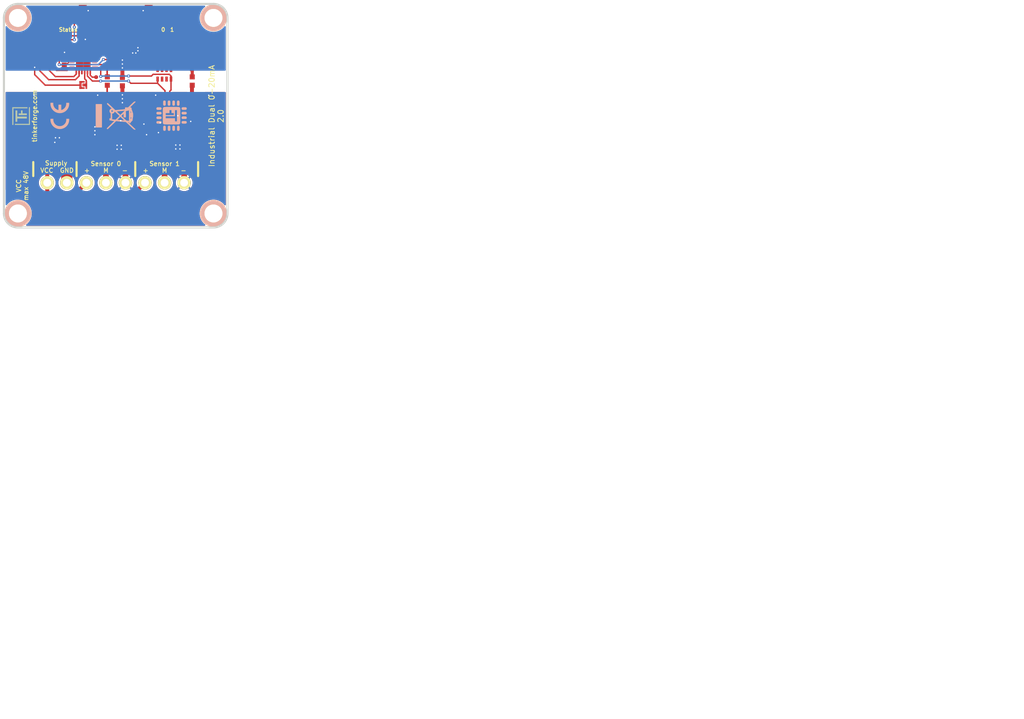
<source format=kicad_pcb>
(kicad_pcb (version 20211014) (generator pcbnew)
  (title_block (title "Industrial Dual 0-20mA Bricklet") (date "2023-01-27") (rev "2.0") (company "Tinkerforge GmbH") (comment 1 "Licensed under CERN OHL v.1.1") (comment 2 "Copyright (©) 2023, T.Schneidermann <tim@tinkerforge.com>"))
  (layers (0 "F.Cu" signal "Front") (31 "B.Cu" signal "Back") (34 "B.Paste" user) (35 "F.Paste" user) (36 "B.SilkS" user "B.Silkscreen") (37 "F.SilkS" user "F.Silkscreen") (38 "B.Mask" user) (39 "F.Mask" user) (44 "Edge.Cuts" user))
  (net 0 "")
  (net 1 "+3.3VP")
  (net 2 "3V3")
  (net 3 "AGND")
  (net 4 "GND")
  (net 5 "MEASURE")
  (net 6 "SCL")
  (net 7 "SDA")
  (net 8 "Net-(C5-Pad2)")
  (net 9 "Net-(C6-Pad2)")
  (net 10 "Net-(P1-Pad6)")
  (net 11 "Net-(D1-Pad2)")
  (net 12 "Net-(C3-Pad1)")
  (net 13 "Net-(D2-Pad2)")
  (net 14 "Net-(P1-Pad4)")
  (net 15 "Net-(P1-Pad5)")
  (net 16 "Net-(P2-Pad1)")
  (net 17 "Net-(P3-Pad2)")
  (net 18 "Net-(P4-Pad2)")
  (net 19 "Net-(P4-Pad4)")
  (net 20 "Net-(P4-Pad7)")
  (net 21 "Net-(R1-Pad2)")
  (net 22 "S-MISO")
  (net 23 "S-MOSI")
  (net 24 "S-CLK")
  (net 25 "S-CS")
  (net 26 "Net-(D3-Pad2)")
  (net 27 "Net-(RP2-Pad5)")
  (net 28 "Net-(RP2-Pad6)")
  (net 29 "Net-(RP2-Pad8)")
  (net 30 "Net-(D4-Pad2)")
  (net 31 "Net-(P1-Pad1)")
  (net 32 "Net-(RP2-Pad2)")
  (net 33 "Net-(RP2-Pad7)")
  (net 34 "Net-(RP101-Pad2)")
  (net 35 "Net-(RP101-Pad3)")
  (net 36 "Net-(RP101-Pad6)")
  (net 37 "Net-(RP101-Pad7)")
  (net 38 "Net-(U1-Pad2)")
  (net 39 "Net-(U1-Pad3)")
  (net 40 "Net-(U1-Pad4)")
  (net 41 "Net-(U1-Pad5)")
  (net 42 "Net-(U1-Pad6)")
  (net 43 "Net-(U1-Pad7)")
  (net 44 "Net-(U1-Pad8)")
  (net 45 "Net-(U1-Pad11)")
  (net 46 "Net-(U1-Pad15)")
  (net 47 "Net-(U1-Pad21)")
  (net 48 "Net-(U3-Pad10)")
  (footprint "kicad-libraries:Logo_31x31" (layer "F.Cu") (at 99.3 59.65 90)
    (fp_text reference "G***" hide)
    (fp_text value "Logo_31x31" hide)
  )
  (footprint "kicad-libraries:Fiducial_Mark" (layer "F.Cu") (at 136.3 44)
    (fp_text reference "Fiducial_Mark" hide)
    (fp_text value "VAL**" hide)
  )
  (footprint "kicad-libraries:Fiducial_Mark" (layer "F.Cu") (at 99.2 72)
    (fp_text reference "Fiducial_Mark" hide)
    (fp_text value "VAL**" hide)
  )
  (footprint "kicad-libraries:DEBUG_PAD" (layer "F.Cu") (at 114.3 51.1)
    (fp_text reference "P2")
    (fp_text value "DEBUG")
  )
  (footprint "kicad-libraries:SolderJumper" (layer "F.Cu") (at 112 52.5)
    (fp_text reference "P3")
    (fp_text value "BOOT")
  )
  (footprint "kicad-libraries:QFN24-4x4mm-0.5mm" (layer "F.Cu") (at 112 48.1 -90)
    (fp_text reference "U1")
    (fp_text value "XMC1100")
  )
  (footprint "kicad-libraries:C0805" (layer "F.Cu") (at 120.1 44.6)
    (fp_text reference "C1")
    (fp_text value "10uF")
  )
  (footprint "kicad-libraries:C0603F" (layer "F.Cu") (at 120.3 46.1)
    (fp_text reference "C7")
    (fp_text value "1uF")
  )
  (footprint "kicad-libraries:C0603F" (layer "F.Cu") (at 108.6 48.2 90)
    (fp_text reference "C8")
    (fp_text value "100nF")
  )
  (footprint "kicad-libraries:MiniMelf" (layer "F.Cu") (at 111.4 60.7)
    (fp_text reference "D1")
    (fp_text value "Z12V")
  )
  (footprint "kicad-libraries:D0603F" (layer "F.Cu") (at 109.3 40.6 -90)
    (fp_text reference "D2")
    (fp_text value "blue")
  )
  (footprint "kicad-libraries:D0603F" (layer "F.Cu") (at 126.3 40.5 -90)
    (fp_text reference "D3")
    (fp_text value "blue")
  )
  (footprint "kicad-libraries:CON-SENSOR2" (layer "F.Cu") (at 117.8 38 180)
    (fp_text reference "P1")
    (fp_text value "CON-SENSOR2")
  )
  (footprint "kicad-libraries:OQ_8P" (layer "F.Cu") (at 117.8 70)
    (fp_text reference "P4")
    (fp_text value "P-PWR-8GN")
  )
  (footprint "kicad-libraries:SOT23GDS" (layer "F.Cu") (at 108.6 63.8)
    (fp_text reference "Q1")
    (fp_text value "FDN5630")
  )
  (footprint "kicad-libraries:R0805" (layer "F.Cu") (at 128.3 65)
    (fp_text reference "R6")
    (fp_text value "91/25ppm")
  )
  (footprint "kicad-libraries:R0805" (layer "F.Cu") (at 117.8 65)
    (fp_text reference "R7")
    (fp_text value "91/25ppm")
  )
  (footprint "kicad-libraries:4X0402" (layer "F.Cu") (at 115.7 44.9 180)
    (fp_text reference "RP1")
    (fp_text value "82")
  )
  (footprint "kicad-libraries:4X0603" (layer "F.Cu") (at 105.4 47.2)
    (fp_text reference "RP2")
    (fp_text value "1k")
  )
  (footprint "kicad-libraries:MSOP10-0.5" (layer "F.Cu") (at 126.5 59.8 -90)
    (fp_text reference "U3")
    (fp_text value "MCP3423")
  )
  (footprint "kicad-libraries:DRILL_NP" (layer "F.Cu") (at 100.3 75.5)
    (fp_text reference "U4" hide)
    (fp_text value "DRILL" hide)
  )
  (footprint "kicad-libraries:DRILL_NP" (layer "F.Cu") (at 135.3 75.5)
    (fp_text reference "U5" hide)
    (fp_text value "DRILL" hide)
  )
  (footprint "kicad-libraries:DRILL_NP" (layer "F.Cu") (at 135.3 40.5)
    (fp_text reference "U6" hide)
    (fp_text value "DRILL" hide)
  )
  (footprint "kicad-libraries:DRILL_NP" (layer "F.Cu") (at 100.3 40.5)
    (fp_text reference "U7" hide)
    (fp_text value "DRILL" hide)
  )
  (footprint "kicad-libraries:D0603F" (layer "F.Cu") (at 127.9 40.5 -90)
    (fp_text reference "D4")
    (fp_text value "blue")
  )
  (footprint "kicad-libraries:4X0603" (layer "F.Cu") (at 126.5 50.6)
    (fp_text reference "RP101")
    (fp_text value "2k2")
  )
  (footprint "kicad-libraries:C0603F" (layer "F.Cu") (at 132.2 54.4 180)
    (fp_text reference "C2")
    (fp_text value "1µF")
  )
  (footprint "kicad-libraries:C0402F" (layer "F.Cu") (at 113.5 44.4 180)
    (fp_text reference "C3")
    (fp_text value "220pF")
  )
  (footprint "kicad-libraries:C0603F" (layer "F.Cu") (at 130.2 60 90)
    (fp_text reference "C4")
    (fp_text value "100nF")
  )
  (footprint "kicad-libraries:C0603F" (layer "F.Cu") (at 120.3 58.9)
    (fp_text reference "C5")
    (fp_text value "100nF")
  )
  (footprint "kicad-libraries:C0603F" (layer "F.Cu") (at 120.4 63.4 90)
    (fp_text reference "C6")
    (fp_text value "100nF")
  )
  (footprint "kicad-libraries:C0603F" (layer "F.Cu") (at 131.5 51.8 90)
    (fp_text reference "FB1")
    (fp_text value "FB")
  )
  (footprint "kicad-libraries:C0603F" (layer "F.Cu") (at 119 51.9 90)
    (fp_text reference "FB2")
    (fp_text value "FB")
  )
  (footprint "kicad-libraries:R0603F" (layer "F.Cu") (at 117 48.9 180)
    (fp_text reference "R1")
    (fp_text value "1k")
  )
  (footprint "kicad-libraries:R0603F" (layer "F.Cu") (at 116.3 51.8 90)
    (fp_text reference "R2")
    (fp_text value "6k8")
  )
  (footprint "kicad-libraries:R0603F" (layer "F.Cu") (at 120.2 60.3 180)
    (fp_text reference "R4")
    (fp_text value "1k")
  )
  (footprint "kicad-libraries:R0603F" (layer "F.Cu") (at 121.8 63.4 -90)
    (fp_text reference "R5")
    (fp_text value "1k")
  )
  (footprint "kicad-libraries:R0603F" (layer "F.Cu") (at 107 60.7)
    (fp_text reference "R8")
    (fp_text value "100k")
  )
  (footprint "kicad-libraries:CE_5mm" (layer "B.Cu") (at 107.8 58 90)
    (fp_text reference "VAL" hide)
    (fp_text value "CE_5mm" hide)
  )
  (footprint "kicad-libraries:WEEE_7mm" (layer "B.Cu") (at 117.8 58 90)
    (fp_text reference "VAL" hide)
    (fp_text value "WEEE_7mm" hide)
  )
  (footprint "kicad-libraries:Logo_CoMCU" (layer "B.Cu") (at 127.8 58 90)
    (fp_text reference "G***" hide)
    (fp_text value "LOGO" hide)
  )
  (gr_line (start 132.5499 68.79924) (end 132.5499 66.29988) (layer "F.SilkS") (width 0.381))
  (gr_line (start 103.05034 68.79924) (end 103.05034 66.29988) (layer "F.SilkS") (width 0.381))
  (gr_line (start 121.30024 68.79924) (end 121.30024 66.29988) (layer "F.SilkS") (width 0.381))
  (gr_line (start 110.79988 68.79924) (end 110.79988 66.29988) (layer "F.SilkS") (width 0.381))
  (gr_arc (start 97.8 40.5) (mid 98.532233 38.732233) (end 100.3 38) (layer "Edge.Cuts") (width 0.381))
  (gr_arc (start 137.8 75.5) (mid 137.067767 77.267767) (end 135.3 78) (layer "Edge.Cuts") (width 0.381))
  (gr_line (start 135.3 78) (end 100.3 78) (layer "Edge.Cuts") (width 0.381))
  (gr_line (start 137.8 40.5) (end 137.8 75.5) (layer "Edge.Cuts") (width 0.381))
  (gr_line (start 100.3 38) (end 135.3 38) (layer "Edge.Cuts") (width 0.381))
  (gr_arc (start 135.3 38) (mid 137.067767 38.732233) (end 137.8 40.5) (layer "Edge.Cuts") (width 0.381))
  (gr_line (start 97.8 75.5) (end 97.8 40.5) (layer "Edge.Cuts") (width 0.381))
  (gr_arc (start 100.3 78) (mid 98.532233 77.267767) (end 97.8 75.5) (layer "Edge.Cuts") (width 0.381))
  (gr_text "Status" (at 109.3 42.6) (layer "F.SilkS") (effects (font (size 0.7 0.7))))
  (gr_text "VCC\nmax 48V" (at 101.1 70.55 90) (layer "F.SilkS") (effects (font (size 0.8001 0.8001) (thickness 0.14986))))
  (gr_text "tinkerforge.com" (at 103.3 58.05 90) (layer "F.SilkS") (effects (font (size 0.8001 0.8001) (thickness 0.14986))))
  (gr_text "Sensor 0" (at 116.05006 66.5996) (layer "F.SilkS") (effects (font (size 0.8001 0.8001) (thickness 0.14986))))
  (gr_text "VCC  GND" (at 107.29976 67.79848) (layer "F.SilkS") (effects (font (size 0.8001 0.8001) (thickness 0.14986))))
  (gr_text "+    M    -" (at 116.05006 67.79848) (layer "F.SilkS") (effects (font (size 0.8001 0.8001) (thickness 0.14986))))
  (gr_text "Sensor 1" (at 126.55042 66.5996) (layer "F.SilkS") (effects (font (size 0.8001 0.8001) (thickness 0.14986))))
  (gr_text "+    M    -" (at 126.55042 67.79848) (layer "F.SilkS") (effects (font (size 0.8001 0.8001) (thickness 0.14986))))
  (gr_text "1" (at 127.9 42.6) (layer "F.SilkS") (effects (font (size 0.7 0.7))))
  (gr_text "Industrial Dual 0-20mA\n2.0\n" (at 135.8 58.05 90) (layer "F.SilkS") (effects (font (size 1 1))))
  (gr_text "0" (at 126.3 42.6) (layer "F.SilkS") (effects (font (size 0.7 0.7))))
  (gr_text "Supply" (at 107.1499 66.498) (layer "F.SilkS") (effects (font (size 0.8001 0.8001) (thickness 0.14986))))
  (segment (start 131.4499 52.6002) (end 131.475 52.5751) (width 0.70104) (layer "F.Cu") (net 1))
  (segment (start 128.7225 60.816) (end 130.0341 60.816) (width 0.29972) (layer "F.Cu") (net 1))
  (segment (start 131.4499 54.425) (end 131.4499 52.6002) (width 0.70104) (layer "F.Cu") (net 1))
  (segment (start 132.025 60) (end 132.025 56.2) (width 0.29972) (layer "F.Cu") (net 1))
  (segment (start 130.2 60.6501) (end 131.3749 60.6501) (width 0.29972) (layer "F.Cu") (net 1))
  (segment (start 131.475 55.65) (end 131.475 52.5751) (width 0.29972) (layer "F.Cu") (net 1))
  (segment (start 132.025 56.2) (end 131.475 55.65) (width 0.29972) (layer "F.Cu") (net 1))
  (segment (start 131.3749 60.6501) (end 132.025 60) (width 0.29972) (layer "F.Cu") (net 1))
  (segment (start 130.0341 60.816) (end 130.2 60.6501) (width 0.29972) (layer "F.Cu") (net 1))
  (segment (start 119.05 44.50076) (end 119.09924 44.55) (width 0.5) (layer "F.Cu") (net 2))
  (segment (start 119.09924 44.99924) (end 119.55 45.45) (width 0.5) (layer "F.Cu") (net 2))
  (segment (start 119.55 45.45) (end 119.55 46.05) (width 0.5) (layer "F.Cu") (net 2))
  (segment (start 131.5 49.98) (end 129.09 47.57) (width 0.55) (layer "F.Cu") (net 2))
  (segment (start 129.09 47.57) (end 126.9 47.57) (width 0.55) (layer "F.Cu") (net 2))
  (segment (start 120.14 47.57) (end 119.55 46.98) (width 0.55) (layer "F.Cu") (net 2))
  (segment (start 119.55 46.98) (end 119.55 46.05) (width 0.55) (layer "F.Cu") (net 2))
  (segment (start 118.5 46.05) (end 116.6 47.95) (width 0.25) (layer "F.Cu") (net 2))
  (segment (start 116.6 47.95) (end 115.6 47.95) (width 0.25) (layer "F.Cu") (net 2))
  (segment (start 107.7 48.85) (end 107.75 48.9) (width 0.25) (layer "F.Cu") (net 2))
  (segment (start 107.75 48.9) (end 108.64 48.9) (width 0.25) (layer "F.Cu") (net 2))
  (segment (start 126.28 47.57) (end 120.14 47.57) (width 0.55) (layer "F.Cu") (net 2))
  (segment (start 110.25 39.8) (end 110.4 39.95) (width 0.25) (layer "F.Cu") (net 2))
  (segment (start 110.4 39.95) (end 110.4 42.15) (width 0.25) (layer "F.Cu") (net 2))
  (segment (start 107.7 46.25) (end 107.7 48.85) (width 0.25) (layer "F.Cu") (net 2))
  (segment (start 130.5 46.16) (end 130.5 41.5) (width 0.25) (layer "F.Cu") (net 2))
  (segment (start 128.75 39.75) (end 127.9 39.75) (width 0.25) (layer "F.Cu") (net 2))
  (segment (start 109.55 44.4) (end 110.4 44.4) (width 0.25) (layer "F.Cu") (net 2))
  (segment (start 125.30112 49.09888) (end 125.9 48.5) (width 0.25) (layer "F.Cu") (net 2))
  (segment (start 126.83 47.57) (end 126.9 47.5) (width 0.25) (layer "F.Cu") (net 2))
  (segment (start 126.9 47.5) (end 126.9 47.57) (width 0.25) (layer "F.Cu") (net 2))
  (segment (start 126.9 47.57) (end 126.28 47.57) (width 0.55) (layer "F.Cu") (net 2))
  (segment (start 127.69888 48.99888) (end 127.2 48.5) (width 0.25) (layer "F.Cu") (net 2))
  (segment (start 127.2 48.5) (end 125.9 48.5) (width 0.25) (layer "F.Cu") (net 2))
  (segment (start 125.9 48.5) (end 126.83 47.57) (width 0.25) (layer "F.Cu") (net 2))
  (segment (start 130.5 41.5) (end 128.75 39.75) (width 0.25) (layer "F.Cu") (net 2))
  (segment (start 119.05 42.6) (end 119.05 44.50076) (width 0.5) (layer "F.Cu") (net 2))
  (segment (start 119.09924 44.55) (end 119.09924 44.99924) (width 0.5) (layer "F.Cu") (net 2))
  (segment (start 107.7 46.25) (end 109.55 44.4) (width 0.25) (layer "F.Cu") (net 2))
  (segment (start 119.55 46.05) (end 118.5 46.05) (width 0.25) (layer "F.Cu") (net 2))
  (segment (start 109.3 39.8) (end 110.25 39.8) (width 0.25) (layer "F.Cu") (net 2))
  (segment (start 108.95 48.9) (end 108.64 48.9) (width 0.2) (layer "F.Cu") (net 2))
  (segment (start 131.5 50.9999) (end 131.5 49.98) (width 0.55) (layer "F.Cu") (net 2))
  (segment (start 125.30112 49.7491) (end 125.30112 49.09888) (width 0.25) (layer "F.Cu") (net 2))
  (segment (start 126.3 39.75) (end 127.9 39.75) (width 0.25) (layer "F.Cu") (net 2))
  (segment (start 109.5 48.35) (end 108.95 48.9) (width 0.2) (layer "F.Cu") (net 2))
  (segment (start 129.09 47.57) (end 130.5 46.16) (width 0.25) (layer "F.Cu") (net 2))
  (segment (start 109.975 48.35) (end 109.5 48.35) (width 0.2) (layer "F.Cu") (net 2))
  (segment (start 127.69888 49.7491) (end 127.69888 48.99888) (width 0.25) (layer "F.Cu") (net 2))
  (via (at 107.7 48.85) (size 0.55) (drill 0.25) (layers "F.Cu" "B.Cu") (net 2))
  (via (at 110.4 42.15) (size 0.55) (drill 0.25) (layers "F.Cu" "B.Cu") (net 2))
  (via (at 110.4 44.4) (size 0.55) (drill 0.25) (layers "F.Cu" "B.Cu") (net 2))
  (via (at 115.6 47.95) (size 0.55) (drill 0.25) (layers "F.Cu" "B.Cu") (net 2))
  (segment (start 115.6 47.95) (end 114.7 48.85) (width 0.25) (layer "B.Cu") (net 2))
  (segment (start 114.7 48.85) (end 107.7 48.85) (width 0.25) (layer "B.Cu") (net 2))
  (segment (start 110.4 44.4) (end 110.4 42.15) (width 0.25) (layer "B.Cu") (net 2))
  (segment (start 128.6725 58.2525) (end 128.925 58) (width 0.29972) (layer "F.Cu") (net 3))
  (segment (start 118.04904 63.30096) (end 118.05 63.3) (width 0.70104) (layer "F.Cu") (net 3))
  (segment (start 118.80088 63.30088) (end 118.8 63.3) (width 0.70104) (layer "F.Cu") (net 3))
  (segment (start 129.30124 63.25124) (end 129.3 63.25) (width 0.70104) (layer "F.Cu") (net 3))
  (segment (start 128.5494 63.2506) (end 128.55 63.25) (width 0.70104) (layer "F.Cu") (net 3))
  (segment (start 124.9 54.275) (end 124.95 54.325) (width 0.29972) (layer "F.Cu") (net 3))
  (segment (start 107.71124 61.96376) (end 107.725 61.95) (width 0.70104) (layer "F.Cu") (net 3))
  (segment (start 106.90444 62.77944) (end 106.9 62.775) (width 0.70104) (layer "F.Cu") (net 3))
  (segment (start 133.1251 54.35) (end 133.0501 54.425) (width 0.70104) (layer "F.Cu") (net 3))
  (segment (start 130.8 58) (end 131.225 58.425) (width 0.14986) (layer "F.Cu") (net 3))
  (segment (start 131.225 58.425) (end 131.225 59.025) (width 0.14986) (layer "F.Cu") (net 3))
  (segment (start 123.909 60.816) (end 125.241 60.816) (width 0.29972) (layer "F.Cu") (net 3))
  (segment (start 113.79926 61.4) (end 113.09926 60.7) (width 0.50038) (layer "F.Cu") (net 3))
  (segment (start 124.2945 59.275) (end 125.775 59.275) (width 0.29972) (layer "F.Cu") (net 3))
  (segment (start 123.325 61.4) (end 123.909 60.816) (width 0.29972) (layer "F.Cu") (net 3))
  (segment (start 114.075 60) (end 114 60) (width 0.29972) (layer "F.Cu") (net 3))
  (segment (start 114.075 60.7) (end 114 60.7) (width 0.70104) (layer "F.Cu") (net 3))
  (segment (start 124.2275 59.775) (end 124.2275 59.292) (width 0.29972) (layer "F.Cu") (net 3))
  (segment (start 120.35028 64.1993) (end 119.60098 64.1993) (width 0.70104) (layer "F.Cu") (net 3))
  (segment (start 114.075 60.7) (end 114.075 61.4) (width 0.70104) (layer "F.Cu") (net 3))
  (segment (start 107.025 61.95) (end 107.725 61.95) (width 0.70104) (layer "F.Cu") (net 3))
  (segment (start 114 60.6) (end 113.7 60.3) (width 0.29972) (layer "F.Cu") (net 3))
  (segment (start 129.30124 63.95038) (end 129.30124 63.25124) (width 0.70104) (layer "F.Cu") (net 3))
  (segment (start 118.04904 63.99864) (end 118.04904 63.30096) (width 0.70104) (layer "F.Cu") (net 3))
  (segment (start 118.80088 63.99864) (end 118.80088 63.30088) (width 0.70104) (layer "F.Cu") (net 3))
  (segment (start 114.075 60) (end 113.79926 60) (width 0.29972) (layer "F.Cu") (net 3))
  (segment (start 130.05054 65.7487) (end 129.30124 64.9994) (width 1.00076) (layer "F.Cu") (net 3))
  (segment (start 106.90444 62.77944) (end 107.71124 62.77944) (width 0.70104) (layer "F.Cu") (net 3))
  (segment (start 119 54.975) (end 119 54.275) (width 0.70104) (layer "F.Cu") (net 3))
  (segment (start 128.7225 59.292) (end 129.9579 59.292) (width 0.29972) (layer "F.Cu") (net 3))
  (segment (start 113.79926 60) (end 113.09926 60.7) (width 0.29972) (layer "F.Cu") (net 3))
  (segment (start 118.80088 64.9994) (end 118.80088 63.99864) (width 0.70104) (layer "F.Cu") (net 3))
  (segment (start 124.9 54.275) (end 119 54.275) (width 0.29972) (layer "F.Cu") (net 3))
  (segment (start 130.05054 70.00066) (end 130.05054 65.7487) (width 1.00076) (layer "F.Cu") (net 3))
  (segment (start 118.80088 63.99864) (end 118.04904 63.99864) (width 0.70104) (layer "F.Cu") (net 3))
  (segment (start 128.5494 63.95038) (end 129.30124 63.95038) (width 0.70104) (layer "F.Cu") (net 3))
  (segment (start 119.60098 64.1993) (end 118.80088 64.9994) (width 0.70104) (layer "F.Cu") (net 3))
  (segment (start 114 60) (end 114 60.7) (width 0.29972) (layer "F.Cu") (net 3))
  (segment (start 119.4499 58.9) (end 118.7 58.9) (width 0.70104) (layer "F.Cu") (net 3))
  (segment (start 119.55018 65.7487) (end 118.80088 64.9994) (width 1.00076) (layer "F.Cu") (net 3))
  (segment (start 107.71124 61.96376) (end 107.71124 62.77944) (width 0.70104) (layer "F.Cu") (net 3))
  (segment (start 119 55.675) (end 119 54.975) (width 0.70104) (layer "F.Cu") (net 3))
  (segment (start 128.925 58) (end 130.8 58) (width 0.14986) (layer "F.Cu") (net 3))
  (segment (start 128.5494 63.95038) (end 128.5494 63.2506) (width 0.70104) (layer "F.Cu") (net 3))
  (segment (start 131.2001 59.0499) (end 131.225 59.025) (width 0.29972) (layer "F.Cu") (net 3))
  (segment (start 123.058 59.292) (end 122.85 59.5) (width 0.29972) (layer "F.Cu") (net 3))
  (segment (start 130.2 59.0499) (end 131.2001 59.0499) (width 0.29972) (layer "F.Cu") (net 3))
  (segment (start 129.30124 64.9994) (end 129.30124 63.95038) (width 0.70104) (layer "F.Cu") (net 3))
  (segment (start 119 54.275) (end 119 52.6251) (width 0.70104) (layer "F.Cu") (net 3))
  (segment (start 114 60.7) (end 114 60.6) (width 0.29972) (layer "F.Cu") (net 3))
  (segment (start 134.45 54.35) (end 133.1251 54.35) (width 0.70104) (layer "F.Cu") (net 3))
  (segment (start 114.075 61.4) (end 113.79926 61.4) (width 0.50038) (layer "F.Cu") (net 3))
  (segment (start 119.55018 70.00066) (end 119.55018 65.7487) (width 1.00076) (layer "F.Cu") (net 3))
  (segment (start 114.075 60) (end 114.075 60.7) (width 0.70104) (layer "F.Cu") (net 3))
  (segment (start 124.2775 59.292) (end 124.2945 59.275) (width 0.29972) (layer "F.Cu") (net 3))
  (segment (start 124.2275 59.292) (end 123.058 59.292) (width 0.29972) (layer "F.Cu") (net 3))
  (segment (start 114 60.7) (end 113.09926 60.7) (width 0.70104) (layer "F.Cu") (net 3))
  (segment (start 125.241 60.816) (end 125.45 61.025) (width 0.29972) (layer "F.Cu") (net 3))
  (segment (start 129.9579 59.292) (end 130.2 59.0499) (width 0.29972) (layer "F.Cu") (net 3))
  (via (at 107.025 61.95) (size 0.70104) (drill 0.24892) (layers "F.Cu" "B.Cu") (net 3))
  (via (at 119 54.275) (size 0.70104) (drill 0.24892) (layers "F.Cu" "B.Cu") (net 3))
  (via (at 119 55.675) (size 0.70104) (drill 0.24892) (layers "F.Cu" "B.Cu") (net 3))
  (via (at 129.3 63.25) (size 0.70104) (drill 0.24892) (layers "F.Cu" "B.Cu") (net 3))
  (via (at 123.325 61.4) (size 0.70104) (drill 0.24892) (layers "F.Cu" "B.Cu") (net 3))
  (via (at 118.8 63.3) (size 0.70104) (drill 0.24892) (layers "F.Cu" "B.Cu") (net 3))
  (via (at 118.80088 63.99864) (size 0.70104) (drill 0.24892) (layers "F.Cu" "B.Cu") (net 3))
  (via (at 118.04904 63.99864) (size 0.70104) (drill 0.24892) (layers "F.Cu" "B.Cu") (net 3))
  (via (at 114.075 60) (size 0.70104) (drill 0.24892) (layers "F.Cu" "B.Cu") (net 3))
  (via (at 129.30124 63.95038) (size 0.70104) (drill 0.24892) (layers "F.Cu" "B.Cu") (net 3))
  (via (at 107.725 61.95) (size 0.70104) (drill 0.24892) (layers "F.Cu" "B.Cu") (net 3))
  (via (at 128.5494 63.95038) (size 0.70104) (drill 0.24892) (layers "F.Cu" "B.Cu") (net 3))
  (via (at 134.45 54.35) (size 0.70104) (drill 0.24892) (layers "F.Cu" "B.Cu") (net 3))
  (via (at 128.925 58) (size 0.70104) (drill 0.24892) (layers "F.Cu" "B.Cu") (net 3))
  (via (at 118.05 63.3) (size 0.70104) (drill 0.24892) (layers "F.Cu" "B.Cu") (net 3))
  (via (at 114.075 60.7) (size 0.70104) (drill 0.24892) (layers "F.Cu" "B.Cu") (net 3))
  (via (at 122.85 59.5) (size 0.70104) (drill 0.24892) (layers "F.Cu" "B.Cu") (net 3))
  (via (at 114.575 54.325) (size 0.70104) (drill 0.24892) (layers "F.Cu" "B.Cu") (net 3))
  (via (at 114.075 61.4) (size 0.70104) (drill 0.24892) (layers "F.Cu" "B.Cu") (net 3))
  (via (at 125.45 61.025) (size 0.70104) (drill 0.24892) (layers "F.Cu" "B.Cu") (net 3))
  (via (at 103.175 54.35) (size 0.70104) (drill 0.24892) (layers "F.Cu" "B.Cu") (net 3))
  (via (at 131.225 59.025) (size 0.70104) (drill 0.24892) (layers "F.Cu" "B.Cu") (net 3))
  (via (at 118.7 58.9) (size 0.70104) (drill 0.24892) (layers "F.Cu" "B.Cu") (net 3))
  (via (at 119 54.975) (size 0.70104) (drill 0.24892) (layers "F.Cu" "B.Cu") (net 3))
  (via (at 125.775 59.275) (size 0.70104) (drill 0.24892) (layers "F.Cu" "B.Cu") (net 3))
  (via (at 128.55 63.25) (size 0.70104) (drill 0.24892) (layers "F.Cu" "B.Cu") (net 3))
  (via (at 124.95 54.325) (size 0.70104) (drill 0.24892) (layers "F.Cu" "B.Cu") (net 3))
  (via (at 106.9 62.775) (size 0.70104) (drill 0.24892) (layers "F.Cu" "B.Cu") (net 3))
  (segment (start 118.80088 63.99864) (end 118.8 63.99952) (width 0.70104) (layer "B.Cu") (net 3))
  (segment (start 118.8 63.99952) (end 118.8 64) (width 0.70104) (layer "B.Cu") (net 3))
  (segment (start 129.30124 63.95038) (end 129.30086 63.95) (width 0.70104) (layer "B.Cu") (net 3))
  (segment (start 129.30086 63.95) (end 129.3 63.95) (width 0.70104) (layer "B.Cu") (net 3))
  (segment (start 114.625 54.275) (end 114.575 54.325) (width 0.29972) (layer "B.Cu") (net 3))
  (segment (start 103.2 54.325) (end 103.175 54.35) (width 0.29972) (layer "B.Cu") (net 3))
  (segment (start 115.175 58.9) (end 114.075 60) (width 0.29972) (layer "B.Cu") (net 3))
  (segment (start 121.2 61.4) (end 118.7 58.9) (width 0.29972) (layer "B.Cu") (net 3))
  (segment (start 128.55 58.375) (end 128.925 58) (width 0.29972) (layer "B.Cu") (net 3))
  (segment (start 130.35 56.575) (end 128.925 58) (width 0.29972) (layer "B.Cu") (net 3))
  (segment (start 112.7 62.775) (end 114.075 61.4) (width 0.50038) (layer "B.Cu") (net 3))
  (segment (start 118.8 59) (end 118.7 58.9) (width 0.50038) (layer "B.Cu") (net 3))
  (segment (start 127.425 59.5) (end 128.925 58) (width 0.50038) (layer "B.Cu") (net 3))
  (segment (start 124.975 54.35) (end 124.95 54.325) (width 0.25) (layer "B.Cu") (net 3))
  (segment (start 123.325 61.4) (end 121.2 61.4) (width 0.29972) (layer "B.Cu") (net 3))
  (segment (start 130.35 54.35) (end 134.45 54.35) (width 0.29972) (layer "B.Cu") (net 3))
  (segment (start 119 54.275) (end 114.625 54.275) (width 0.29972) (layer "B.Cu") (net 3))
  (segment (start 128.55 63.25) (end 128.55 58.375) (width 0.29972) (layer "B.Cu") (net 3))
  (segment (start 118.8 63.3) (end 118.8 59) (width 0.50038) (layer "B.Cu") (net 3))
  (segment (start 130.35 54.35) (end 130.35 56.575) (width 0.29972) (layer "B.Cu") (net 3))
  (segment (start 114.575 54.325) (end 103.2 54.325) (width 0.29972) (layer "B.Cu") (net 3))
  (segment (start 122.85 59.5) (end 127.425 59.5) (width 0.50038) (layer "B.Cu") (net 3))
  (segment (start 106.9 62.775) (end 112.7 62.775) (width 0.50038) (layer "B.Cu") (net 3))
  (segment (start 130.35 54.35) (end 124.975 54.35) (width 0.25) (layer "B.Cu") (net 3))
  (segment (start 118.7 58.9) (end 115.175 58.9) (width 0.29972) (layer "B.Cu") (net 3))
  (segment (start 118.0501 48.75) (end 117.8751 48.925) (width 0.29972) (layer "F.Cu") (net 4))
  (segment (start 120.3 44.25) (end 120.6 44.55) (width 0.5) (layer "F.Cu") (net 4))
  (segment (start 120.6 44.55) (end 121.10076 44.55) (width 0.5) (layer "F.Cu") (net 4))
  (segment (start 121.10076 45.99924) (end 121.05 46.05) (width 0.5) (layer "F.Cu") (net 4))
  (segment (start 121.56 46.05) (end 121.78 45.83) (width 0.55) (layer "F.Cu") (net 4))
  (segment (start 121.78 46.38) (end 121.45 46.05) (width 0.55) (layer "F.Cu") (net 4))
  (segment (start 121.05 46.43) (end 121.4 46.78) (width 0.55) (layer "F.Cu") (net 4))
  (segment (start 121.05 46.57) (end 120.84 46.78) (width 0.55) (layer "F.Cu") (net 4))
  (segment (start 121.4 46.76) (end 121.78 46.38) (width 0.55) (layer "F.Cu") (net 4))
  (segment (start 120.84 46.26) (end 121.05 46.05) (width 0.55) (layer "F.Cu") (net 4))
  (segment (start 112.63 47.5) (end 112.63 48.8) (width 0.2) (layer "F.Cu") (net 4))
  (segment (start 112.63 48.8) (end 111.33 48.8) (width 0.2) (layer "F.Cu") (net 4))
  (segment (start 111.48 52.94) (end 111.48 52.48) (width 0.25) (layer "F.Cu") (net 4))
  (segment (start 111.48 52.48) (end 111.48 52.53) (width 0.25) (layer "F.Cu") (net 4))
  (segment (start 111.48 52.11) (end 111.6 51.99) (width 0.25) (layer "F.Cu") (net 4))
  (segment (start 105.18 52.53) (end 103.3 50.65) (width 0.25) (layer "F.Cu") (net 4))
  (segment (start 103.3 50.65) (end 103.3 49.35) (width 0.25) (layer "F.Cu") (net 4))
  (segment (start 123.7 39.2) (end 122.72 39.2) (width 0.55) (layer "F.Cu") (net 4))
  (segment (start 119 48.75) (end 118.0501 48.75) (width 0.29972) (layer "F.Cu") (net 4))
  (segment (start 120.84 46.78) (end 120.84 46.26) (width 0.55) (layer "F.Cu") (net 4))
  (segment (start 108.92 47.4) (end 108.64 47.4) (width 0.2) (layer "F.Cu") (net 4))
  (segment (start 120.3 42.6) (end 120.3 44.25) (width 0.5) (layer "F.Cu") (net 4))
  (segment (start 121.05 46.57) (end 121.05 46.05) (width 0.55) (layer "F.Cu") (net 4))
  (segment (start 108.64 47.4) (end 108.64 46.67) (width 0.55) (layer "F.Cu") (net 4))
  (segment (start 111.9 39.2) (end 112.88 39.2) (width 0.55) (layer "F.Cu") (net 4))
  (segment (start 111.33 47.5) (end 111.33 48.8) (width 0.2) (layer "F.Cu") (net 4))
  (segment (start 119 48.75) (end 119 49.45) (width 0.70104) (layer "F.Cu") (net 4))
  (segment (start 120.84 46.78) (end 121.4 46.78) (width 0.55) (layer "F.Cu") (net 4))
  (segment (start 111.33 47.5) (end 112.63 47.5) (width 0.2) (layer "F.Cu") (net 4))
  (segment (start 110.98 47.85) (end 109.37 47.85) (width 0.2) (layer "F.Cu") (net 4))
  (segment (start 121.56 46.05) (end 121.05 46.05) (width 0.55) (layer "F.Cu") (net 4))
  (segment (start 111.48 52.53) (end 111.48 52.11) (width 0.25) (layer "F.Cu") (net 4))
  (segment (start 119 49.45) (end 119 51.0249) (width 0.70104) (layer "F.Cu") (net 4))
  (segment (start 112.95 44.35) (end 112.37 44.35) (width 0.55) (layer "F.Cu") (net 4))
  (segment (start 121.78 46.38) (end 121.78 45.83) (width 0.55) (layer "F.Cu") (net 4))
  (segment (start 121.10076 44.55) (end 121.10076 45.99924) (width 0.5) (layer "F.Cu") (net 4))
  (segment (start 119 48.05) (end 119 48.75) (width 0.70104) (layer "F.Cu") (net 4))
  (segment (start 111.48 52.53) (end 105.18 52.53) (width 0.25) (layer "F.Cu") (net 4))
  (segment (start 121.4 46.78) (end 121.4 46.76) (width 0.55) (layer "F.Cu") (net 4))
  (segment (start 121.05 46.05) (end 121.45 46.05) (width 0.55) (layer "F.Cu") (net 4))
  (segment (start 111.33 47.5) (end 110.98 47.85) (width 0.2) (layer "F.Cu") (net 4))
  (segment (start 109.37 47.85) (end 108.92 47.4) (width 0.2) (layer "F.Cu") (net 4))
  (via (at 119 48.75) (size 0.70104) (drill 0.24892) (layers "F.Cu" "B.Cu") (net 4))
  (via (at 119 49.45) (size 0.70104) (drill 0.24892) (layers "F.Cu" "B.Cu") (net 4))
  (via (at 120.84 46.78) (size 0.55) (drill 0.25) (layers "F.Cu" "B.Cu") (net 4))
  (via (at 108.64 46.67) (size 0.55) (drill 0.25) (layers "F.Cu" "B.Cu") (net 4))
  (via (at 119 48.05) (size 0.70104) (drill 0.24892) (layers "F.Cu" "B.Cu") (net 4))
  (via (at 121.78 45.83) (size 0.55) (drill 0.25) (layers "F.Cu" "B.Cu") (net 4))
  (via (at 121.78 46.38) (size 0.55) (drill 0.25) (layers "F.Cu" "B.Cu") (net 4))
  (via (at 121.4 46.78) (size 0.55) (drill 0.25) (layers "F.Cu" "B.Cu") (net 4))
  (via (at 112.37 44.35) (size 0.55) (drill 0.25) (layers "F.Cu" "B.Cu") (net 4))
  (via (at 112.88 39.2) (size 0.55) (drill 0.25) (layers "F.Cu" "B.Cu") (net 4))
  (via (at 122.72 39.2) (size 0.55) (drill 0.25) (layers "F.Cu" "B.Cu") (net 4))
  (via (at 103.3 49.35) (size 0.55) (drill 0.25) (layers "F.Cu" "B.Cu") (net 4))
  (segment (start 116.275 54.875) (end 115 56.15) (width 0.29972) (layer "F.Cu") (net 5))
  (segment (start 115 56.15) (end 108.65 56.15) (width 0.29972) (layer "F.Cu") (net 5))
  (segment (start 108.65 56.15) (end 106.1999 58.6001) (width 0.29972) (layer "F.Cu") (net 5))
  (segment (start 106.1999 58.6001) (end 106.1999 60.7) (width 0.29972) (layer "F.Cu") (net 5))
  (segment (start 105.5497 71.5497) (end 106.45 72.45) (width 0.70104) (layer "F.Cu") (net 5))
  (segment (start 106.45 72.45) (end 110.1006 72.45) (width 0.70104) (layer "F.Cu") (net 5))
  (segment (start 110.1006 72.45) (end 112.54994 70.00066) (width 0.70104) (layer "F.Cu") (net 5))
  (segment (start 120.60096 72.45) (end 123.0503 70.00066) (width 0.70104) (layer "F.Cu") (net 5))
  (segment (start 105.5497 61.3502) (end 106.1999 60.7) (width 0.70104) (layer "F.Cu") (net 5))
  (segment (start 116.275 52.6251) (end 116.275 54.875) (width 0.29972) (layer "F.Cu") (net 5))
  (segment (start 105.5497 70.00066) (end 105.5497 71.5497) (width 0.70104) (layer "F.Cu") (net 5))
  (segment (start 110.1006 72.45) (end 120.60096 72.45) (width 0.70104) (layer "F.Cu") (net 5))
  (segment (start 105.5497 70.00066) (end 105.5497 61.3502) (width 0.70104) (layer "F.Cu") (net 5))
  (segment (start 120.1 50.9) (end 124.2 50.9) (width 0.25) (layer "F.Cu") (net 6))
  (segment (start 124.2 50.9) (end 124.5 50.6) (width 0.25) (layer "F.Cu") (net 6))
  (segment (start 124.5 50.6) (end 127.4 50.6) (width 0.25) (layer "F.Cu") (net 6))
  (segment (start 127.4 50.6) (end 127.69888 50.89888) (width 0.25) (layer "F.Cu") (net 6))
  (segment (start 127.69888 50.89888) (end 127.69888 51.4509) (width 0.25) (layer "F.Cu") (net 6))
  (segment (start 127.88 59.8) (end 127.46 59.38) (width 0.25) (layer "F.Cu") (net 6))
  (segment (start 127.46 53.64) (end 127.69888 53.40112) (width 0.25) (layer "F.Cu") (net 6))
  (segment (start 128.7225 59.8) (end 127.88 59.8) (width 0.25) (layer "F.Cu") (net 6))
  (segment (start 115.12 49.87) (end 115.12 50.98) (width 0.25) (layer "F.Cu") (net 6))
  (segment (start 114.025 49.35) (end 114.6 49.35) (width 0.25) (layer "F.Cu") (net 6))
  (segment (start 127.46 59.38) (end 127.46 53.64) (width 0.25) (layer "F.Cu") (net 6))
  (segment (start 114.6 49.35) (end 115.12 49.87) (width 0.25) (layer "F.Cu") (net 6))
  (segment (start 127.69888 53.40112) (end 127.69888 51.4509) (width 0.25) (layer "F.Cu") (net 6))
  (via (at 120.1 50.9) (size 0.55) (drill 0.25) (layers "F.Cu" "B.Cu") (net 6))
  (via (at 115.12 50.98) (size 0.55) (drill 0.25) (layers "F.Cu" "B.Cu") (net 6))
  (segment (start 115.2 50.9) (end 120.1 50.9) (width 0.25) (layer "B.Cu") (net 6))
  (segment (start 115.12 50.98) (end 115.2 50.9) (width 0.25) (layer "B.Cu") (net 6))
  (segment (start 125.3 52.2) (end 125.3 51.45202) (width 0.25) (layer "F.Cu") (net 7))
  (segment (start 125.3 51.45202) (end 125.30112 51.4509) (width 0.25) (layer "F.Cu") (net 7))
  (segment (start 120.5 52.2) (end 120.1 51.8) (width 0.25) (layer "F.Cu") (net 7))
  (segment (start 113.64 51.8) (end 115.1 51.8) (width 0.25) (layer "F.Cu") (net 7))
  (segment (start 126.62 53.52) (end 125.3 52.2) (width 0.25) (layer "F.Cu") (net 7))
  (segment (start 126.62 59.48) (end 126.62 53.52) (width 0.25) (layer "F.Cu") (net 7))
  (segment (start 112.75 50.125) (end 112.75 50.91) (width 0.25) (layer "F.Cu") (net 7))
  (segment (start 128.7225 60.308) (end 127.448 60.308) (width 0.25) (layer "F.Cu") (net 7))
  (segment (start 125.3 52.2) (end 120.5 52.2) (width 0.25) (layer "F.Cu") (net 7))
  (segment (start 127.448 60.308) (end 126.62 59.48) (width 0.25) (layer "F.Cu") (net 7))
  (segment (start 112.75 50.91) (end 113.64 51.8) (width 0.25) (layer "F.Cu") (net 7))
  (via (at 120.1 51.8) (size 0.55) (drill 0.25) (layers "F.Cu" "B.Cu") (net 7))
  (via (at 115.1 51.8) (size 0.55) (drill 0.25) (layers "F.Cu" "B.Cu") (net 7))
  (segment (start 115.1 51.8) (end 120.1 51.8) (width 0.25) (layer "B.Cu") (net 7))
  (segment (start 121.1661 58.784) (end 121.0501 58.9) (width 0.29972) (layer "F.Cu") (net 8))
  (segment (start 124.2775 58.784) (end 121.1661 58.784) (width 0.29972) (layer "F.Cu") (net 8))
  (segment (start 121.05132 60.34866) (end 121.05132 58.89832) (width 0.70104) (layer "F.Cu") (net 8))
  (segment (start 124.2775 60.308) (end 123.292 60.308) (width 0.29972) (layer "F.Cu") (net 9))
  (segment (start 123.292 60.308) (end 121.80062 61.79938) (width 0.29972) (layer "F.Cu") (net 9))
  (segment (start 121.80062 61.79938) (end 121.80062 62.5991) (width 0.29972) (layer "F.Cu") (net 9))
  (segment (start 121.80062 62.5991) (end 120.35028 62.5991) (width 0.70104) (layer "F.Cu") (net 9))
  (segment (start 115.45108 43.75108) (end 115.45108 44.325) (width 0.2) (layer "F.Cu") (net 10))
  (segment (start 115.3 42.6) (end 115.3 43.6) (width 0.2) (layer "F.Cu") (net 10))
  (segment (start 115.3 43.6) (end 115.45108 43.75108) (width 0.2) (layer "F.Cu") (net 10))
  (segment (start 109.48924 60.9365) (end 109.72574 60.7) (width 0.70104) (layer "F.Cu") (net 11))
  (segment (start 107.8001 60.7) (end 109.72574 60.7) (width 0.70104) (layer "F.Cu") (net 11))
  (segment (start 109.48924 62.77944) (end 109.48924 60.9365) (width 0.70104) (layer "F.Cu") (net 11))
  (segment (start 114.075 44.325) (end 114.9507 44.325) (width 0.2) (layer "F.Cu") (net 12))
  (segment (start 114.05 44.3) (end 114.075 44.325) (width 0.2) (layer "F.Cu") (net 12))
  (segment (start 114.05 42.6) (end 114.05 44.3) (width 0.2) (layer "F.Cu") (net 12))
  (segment (start 104.20112 45.54888) (end 107.5 42.25) (width 0.25) (layer "F.Cu") (net 13))
  (segment (start 107.5 42.25) (end 108.9 42.25) (width 0.25) (layer "F.Cu") (net 13))
  (segment (start 108.9 42.25) (end 109.3 41.85) (width 0.25) (layer "F.Cu") (net 13))
  (segment (start 109.3 41.85) (end 109.3 41.3) (width 0.25) (layer "F.Cu") (net 13))
  (segment (start 104.20112 46.3991) (end 104.20112 45.54888) (width 0.25) (layer "F.Cu") (net 13))
  (segment (start 116.4493 44.04548) (end 116.69478 43.8) (width 0.2) (layer "F.Cu") (net 14))
  (segment (start 116.4493 44.325) (end 116.4493 44.04548) (width 0.2) (layer "F.Cu") (net 14))
  (segment (start 116.69478 43.8) (end 117.55 43.8) (width 0.2) (layer "F.Cu") (net 14))
  (segment (start 117.8 43.55) (end 117.8 42.6) (width 0.2) (layer "F.Cu") (net 14))
  (segment (start 117.55 43.8) (end 117.8 43.55) (width 0.2) (layer "F.Cu") (net 14))
  (segment (start 116.55 42.6) (end 116.55 43.45) (width 0.2) (layer "F.Cu") (net 15))
  (segment (start 116.3 43.7) (end 116.15 43.7) (width 0.2) (layer "F.Cu") (net 15))
  (segment (start 116.15 43.7) (end 115.94892 43.90108) (width 0.2) (layer "F.Cu") (net 15))
  (segment (start 115.94892 43.90108) (end 115.94892 44.325) (width 0.2) (layer "F.Cu") (net 15))
  (segment (start 116.55 43.45) (end 116.3 43.7) (width 0.2) (layer "F.Cu") (net 15))
  (segment (start 113.25 50.125) (end 113.25 50.75) (width 0.25) (layer "F.Cu") (net 16))
  (segment (start 113.25 50.75) (end 113.6 51.1) (width 0.25) (layer "F.Cu") (net 16))
  (segment (start 113.6 51.1) (end 114.3 51.1) (width 0.25) (layer "F.Cu") (net 16))
  (segment (start 112.13 52.53) (end 112.53 52.53) (width 0.25) (layer "F.Cu") (net 17))
  (segment (start 112.25 51.4) (end 112.25 50.125) (width 0.25) (layer "F.Cu") (net 17))
  (segment (start 112.53 51.68) (end 112.25 51.4) (width 0.25) (layer "F.Cu") (net 17))
  (segment (start 112.53 52.53) (end 112.53 51.68) (width 0.25) (layer "F.Cu") (net 17))
  (segment (start 109.04982 65.26102) (end 108.60024 64.81144) (width 1.99898) (layer "F.Cu") (net 18))
  (segment (start 109.04982 70.00066) (end 109.04982 65.26102) (width 1.99898) (layer "F.Cu") (net 18))
  (segment (start 118.60022 60.34866) (end 116.79936 62.14952) (width 0.70104) (layer "F.Cu") (net 19))
  (segment (start 116.05006 70.00066) (end 116.05006 65.7487) (width 1.00076) (layer "F.Cu") (net 19))
  (segment (start 116.05006 65.7487) (end 116.79936 64.9994) (width 1.00076) (layer "F.Cu") (net 19))
  (segment (start 116.79936 62.14952) (end 116.79936 64.9994) (width 0.70104) (layer "F.Cu") (net 19))
  (segment (start 119.45112 60.34866) (end 118.60022 60.34866) (width 0.70104) (layer "F.Cu") (net 19))
  (segment (start 122.60072 64.9994) (end 121.80062 64.1993) (width 0.70104) (layer "F.Cu") (net 20))
  (segment (start 127.29972 64.9994) (end 122.60072 64.9994) (width 0.70104) (layer "F.Cu") (net 20))
  (segment (start 126.55042 65.7487) (end 127.29972 64.9994) (width 1.00076) (layer "F.Cu") (net 20))
  (segment (start 126.55042 70.00066) (end 126.55042 65.7487) (width 1.00076) (layer "F.Cu") (net 20))
  (segment (start 116.275 48.9251) (end 116.2749 48.925) (width 0.29972) (layer "F.Cu") (net 21))
  (segment (start 114.025 48.85) (end 116.1999 48.85) (width 0.25) (layer "F.Cu") (net 21))
  (segment (start 116.275 51.0249) (end 116.275 48.9251) (width 0.29972) (layer "F.Cu") (net 21))
  (segment (start 116.1999 48.85) (end 116.2749 48.925) (width 0.25) (layer "F.Cu") (net 21))
  (segment (start 113.23 45.595) (end 113.23 46.125) (width 0.2) (layer "F.Cu") (net 22))
  (segment (start 114.9507 45.475) (end 113.35 45.475) (width 0.2) (layer "F.Cu") (net 22))
  (segment (start 113.35 45.475) (end 113.23 45.595) (width 0.2) (layer "F.Cu") (net 22))
  (segment (start 115.45108 46.06892) (end 114.67 46.85) (width 0.2) (layer "F.Cu") (net 23))
  (segment (start 115.45108 45.475) (end 115.45108 46.06892) (width 0.2) (layer "F.Cu") (net 23))
  (segment (start 114.67 46.85) (end 114.025 46.85) (width 0.2) (layer "F.Cu") (net 23))
  (segment (start 115.94892 45.475) (end 115.94892 46.14108) (width 0.2) (layer "F.Cu") (net 24))
  (segment (start 115.94892 46.14108) (end 114.74 47.35) (width 0.2) (layer "F.Cu") (net 24))
  (segment (start 114.74 47.35) (end 114.025 47.35) (width 0.2) (layer "F.Cu") (net 24))
  (segment (start 116.4493 45.475) (end 116.4493 46.1507) (width 0.2) (layer "F.Cu") (net 25))
  (segment (start 114.75 47.85) (end 114.025 47.85) (width 0.2) (layer "F.Cu") (net 25))
  (segment (start 116.4493 46.1507) (end 114.75 47.85) (width 0.2) (layer "F.Cu") (net 25))
  (segment (start 105.79878 45.70122) (end 108.5 43) (width 0.25) (layer "F.Cu") (net 26))
  (segment (start 108.5 43) (end 110.8 43) (width 0.25) (layer "F.Cu") (net 26))
  (segment (start 110.8 43) (end 113.3 40.5) (width 0.25) (layer "F.Cu") (net 26))
  (segment (start 113.3 40.5) (end 122.5 40.5) (width 0.25) (layer "F.Cu") (net 26))
  (segment (start 122.5 40.5) (end 123.25 41.25) (width 0.25) (layer "F.Cu") (net 26))
  (segment (start 123.25 41.25) (end 126.3 41.25) (width 0.25) (layer "F.Cu") (net 26))
  (segment (start 105.79878 46.3991) (end 105.79878 45.70122) (width 0.25) (layer "F.Cu") (net 26))
  (segment (start 107.2 49.9) (end 106.59888 49.29888) (width 0.25) (layer "F.Cu") (net 27))
  (segment (start 109.65 49.35) (end 109.1 49.9) (width 0.25) (layer "F.Cu") (net 27))
  (segment (start 109.1 49.9) (end 107.2 49.9) (width 0.25) (layer "F.Cu") (net 27))
  (segment (start 109.975 49.35) (end 109.65 49.35) (width 0.25) (layer "F.Cu") (net 27))
  (segment (start 106.59888 49.29888) (end 106.59888 48.1009) (width 0.25) (layer "F.Cu") (net 27))
  (segment (start 110.3 51) (end 110.75 50.55) (width 0.25) (layer "F.Cu") (net 28))
  (segment (start 105.79878 49.79878) (end 107 51) (width 0.25) (layer "F.Cu") (net 28))
  (segment (start 105.79878 48.1009) (end 105.79878 49.79878) (width 0.25) (layer "F.Cu") (net 28))
  (segment (start 110.75 50.55) (end 110.75 50.54) (width 0.25) (layer "F.Cu") (net 28))
  (segment (start 107 51) (end 110.3 51) (width 0.25) (layer "F.Cu") (net 28))
  (segment (start 110.75 50.54) (end 110.73 50.52) (width 0.25) (layer "F.Cu") (net 28))
  (segment (start 105.8 51.55) (end 104.20112 49.95112) (width 0.25) (layer "F.Cu") (net 29))
  (segment (start 111.25 50.125) (end 111.25 50.9) (width 0.25) (layer "F.Cu") (net 29))
  (segment (start 104.20112 49.95112) (end 104.20112 48.1009) (width 0.25) (layer "F.Cu") (net 29))
  (segment (start 111.25 50.9) (end 110.6 51.55) (width 0.25) (layer "F.Cu") (net 29))
  (segment (start 110.6 51.55) (end 105.8 51.55) (width 0.25) (layer "F.Cu") (net 29))
  (segment (start 108.79798 43.7) (end 111 43.7) (width 0.25) (layer "F.Cu") (net 30))
  (segment (start 111 43.7) (end 113.6 41.1) (width 0.25) (layer "F.Cu") (net 30))
  (segment (start 113.6 41.1) (end 122.2 41.1) (width 0.25) (layer "F.Cu") (net 30))
  (segment (start 127.9 41.8) (end 127.9 41.25) (width 0.25) (layer "F.Cu") (net 30))
  (segment (start 127.2 42.5) (end 123.6 42.5) (width 0.25) (layer "F.Cu") (net 30))
  (segment (start 123.6 42.5) (end 122.2 41.1) (width 0.25) (layer "F.Cu") (net 30))
  (segment (start 106.49888 45.9991) (end 108.79798 43.7) (width 0.25) (layer "F.Cu") (net 30))
  (segment (start 127.9 41.8) (end 127.2 42.5) (width 0.25) (layer "F.Cu") (net 30))
  (zone (net 3) (net_name "AGND") (layer "F.Cu") (connect_pads (clearance 0.29972)) (min_thickness 0.254) (fill yes (thermal_gap 0.29972) (thermal_bridge_width 0.29972))
    (polygon (pts (xy 137.80008 77.99912) (xy 137.80008 53.74974) (xy 97.80016 53.74974) (xy 97.80016 77.99912)))
  )
  (zone (net 4) (net_name "GND") (layer "B.Cu") (connect_pads (clearance 0.29972)) (min_thickness 0.254) (fill yes (thermal_gap 0.29972) (thermal_bridge_width 0.29972))
    (polygon (pts (xy 137.79992 49.9507) (xy 137.79992 38) (xy 97.8 38) (xy 97.8 49.9507)))
  )
  (zone (net 3) (net_name "AGND") (layer "B.Cu") (connect_pads (clearance 0.29972)) (min_thickness 0.254) (fill yes (thermal_gap 0.29972) (thermal_bridge_width 0.29972))
    (polygon (pts (xy 137.80008 77.99912) (xy 137.80008 53.74974) (xy 97.80016 53.74974) (xy 97.80016 77.99912)))
  )
)
</source>
